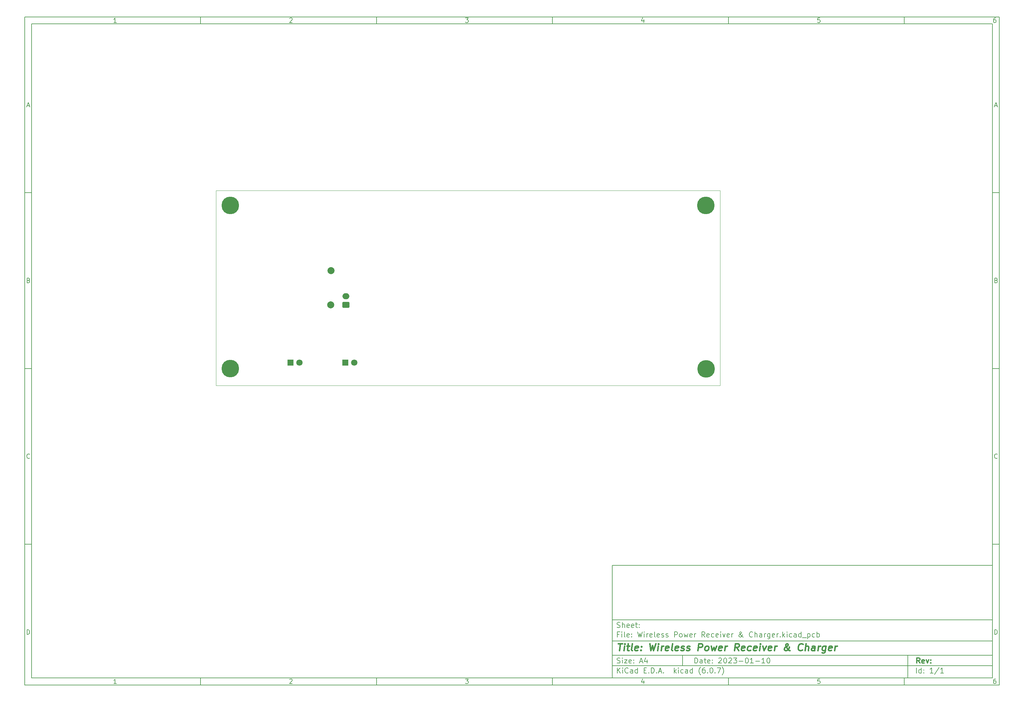
<source format=gbr>
%TF.GenerationSoftware,KiCad,Pcbnew,(6.0.7)*%
%TF.CreationDate,2023-01-12T19:29:26+03:00*%
%TF.ProjectId,Wireless Power Receiver & Charger,57697265-6c65-4737-9320-506f77657220,rev?*%
%TF.SameCoordinates,Original*%
%TF.FileFunction,Soldermask,Bot*%
%TF.FilePolarity,Negative*%
%FSLAX46Y46*%
G04 Gerber Fmt 4.6, Leading zero omitted, Abs format (unit mm)*
G04 Created by KiCad (PCBNEW (6.0.7)) date 2023-01-12 19:29:26*
%MOMM*%
%LPD*%
G01*
G04 APERTURE LIST*
G04 Aperture macros list*
%AMRoundRect*
0 Rectangle with rounded corners*
0 $1 Rounding radius*
0 $2 $3 $4 $5 $6 $7 $8 $9 X,Y pos of 4 corners*
0 Add a 4 corners polygon primitive as box body*
4,1,4,$2,$3,$4,$5,$6,$7,$8,$9,$2,$3,0*
0 Add four circle primitives for the rounded corners*
1,1,$1+$1,$2,$3*
1,1,$1+$1,$4,$5*
1,1,$1+$1,$6,$7*
1,1,$1+$1,$8,$9*
0 Add four rect primitives between the rounded corners*
20,1,$1+$1,$2,$3,$4,$5,0*
20,1,$1+$1,$4,$5,$6,$7,0*
20,1,$1+$1,$6,$7,$8,$9,0*
20,1,$1+$1,$8,$9,$2,$3,0*%
G04 Aperture macros list end*
%ADD10C,0.100000*%
%ADD11C,0.150000*%
%ADD12C,0.300000*%
%ADD13C,0.400000*%
%TA.AperFunction,Profile*%
%ADD14C,0.100000*%
%TD*%
%ADD15C,0.800000*%
%ADD16C,5.000000*%
%ADD17R,1.800000X1.800000*%
%ADD18C,1.800000*%
%ADD19RoundRect,0.250000X0.750000X-0.600000X0.750000X0.600000X-0.750000X0.600000X-0.750000X-0.600000X0*%
%ADD20O,2.000000X1.700000*%
%ADD21C,2.000000*%
G04 APERTURE END LIST*
D10*
D11*
X177002200Y-166007200D02*
X177002200Y-198007200D01*
X285002200Y-198007200D01*
X285002200Y-166007200D01*
X177002200Y-166007200D01*
D10*
D11*
X10000000Y-10000000D02*
X10000000Y-200007200D01*
X287002200Y-200007200D01*
X287002200Y-10000000D01*
X10000000Y-10000000D01*
D10*
D11*
X12000000Y-12000000D02*
X12000000Y-198007200D01*
X285002200Y-198007200D01*
X285002200Y-12000000D01*
X12000000Y-12000000D01*
D10*
D11*
X60000000Y-12000000D02*
X60000000Y-10000000D01*
D10*
D11*
X110000000Y-12000000D02*
X110000000Y-10000000D01*
D10*
D11*
X160000000Y-12000000D02*
X160000000Y-10000000D01*
D10*
D11*
X210000000Y-12000000D02*
X210000000Y-10000000D01*
D10*
D11*
X260000000Y-12000000D02*
X260000000Y-10000000D01*
D10*
D11*
X36065476Y-11588095D02*
X35322619Y-11588095D01*
X35694047Y-11588095D02*
X35694047Y-10288095D01*
X35570238Y-10473809D01*
X35446428Y-10597619D01*
X35322619Y-10659523D01*
D10*
D11*
X85322619Y-10411904D02*
X85384523Y-10350000D01*
X85508333Y-10288095D01*
X85817857Y-10288095D01*
X85941666Y-10350000D01*
X86003571Y-10411904D01*
X86065476Y-10535714D01*
X86065476Y-10659523D01*
X86003571Y-10845238D01*
X85260714Y-11588095D01*
X86065476Y-11588095D01*
D10*
D11*
X135260714Y-10288095D02*
X136065476Y-10288095D01*
X135632142Y-10783333D01*
X135817857Y-10783333D01*
X135941666Y-10845238D01*
X136003571Y-10907142D01*
X136065476Y-11030952D01*
X136065476Y-11340476D01*
X136003571Y-11464285D01*
X135941666Y-11526190D01*
X135817857Y-11588095D01*
X135446428Y-11588095D01*
X135322619Y-11526190D01*
X135260714Y-11464285D01*
D10*
D11*
X185941666Y-10721428D02*
X185941666Y-11588095D01*
X185632142Y-10226190D02*
X185322619Y-11154761D01*
X186127380Y-11154761D01*
D10*
D11*
X236003571Y-10288095D02*
X235384523Y-10288095D01*
X235322619Y-10907142D01*
X235384523Y-10845238D01*
X235508333Y-10783333D01*
X235817857Y-10783333D01*
X235941666Y-10845238D01*
X236003571Y-10907142D01*
X236065476Y-11030952D01*
X236065476Y-11340476D01*
X236003571Y-11464285D01*
X235941666Y-11526190D01*
X235817857Y-11588095D01*
X235508333Y-11588095D01*
X235384523Y-11526190D01*
X235322619Y-11464285D01*
D10*
D11*
X285941666Y-10288095D02*
X285694047Y-10288095D01*
X285570238Y-10350000D01*
X285508333Y-10411904D01*
X285384523Y-10597619D01*
X285322619Y-10845238D01*
X285322619Y-11340476D01*
X285384523Y-11464285D01*
X285446428Y-11526190D01*
X285570238Y-11588095D01*
X285817857Y-11588095D01*
X285941666Y-11526190D01*
X286003571Y-11464285D01*
X286065476Y-11340476D01*
X286065476Y-11030952D01*
X286003571Y-10907142D01*
X285941666Y-10845238D01*
X285817857Y-10783333D01*
X285570238Y-10783333D01*
X285446428Y-10845238D01*
X285384523Y-10907142D01*
X285322619Y-11030952D01*
D10*
D11*
X60000000Y-198007200D02*
X60000000Y-200007200D01*
D10*
D11*
X110000000Y-198007200D02*
X110000000Y-200007200D01*
D10*
D11*
X160000000Y-198007200D02*
X160000000Y-200007200D01*
D10*
D11*
X210000000Y-198007200D02*
X210000000Y-200007200D01*
D10*
D11*
X260000000Y-198007200D02*
X260000000Y-200007200D01*
D10*
D11*
X36065476Y-199595295D02*
X35322619Y-199595295D01*
X35694047Y-199595295D02*
X35694047Y-198295295D01*
X35570238Y-198481009D01*
X35446428Y-198604819D01*
X35322619Y-198666723D01*
D10*
D11*
X85322619Y-198419104D02*
X85384523Y-198357200D01*
X85508333Y-198295295D01*
X85817857Y-198295295D01*
X85941666Y-198357200D01*
X86003571Y-198419104D01*
X86065476Y-198542914D01*
X86065476Y-198666723D01*
X86003571Y-198852438D01*
X85260714Y-199595295D01*
X86065476Y-199595295D01*
D10*
D11*
X135260714Y-198295295D02*
X136065476Y-198295295D01*
X135632142Y-198790533D01*
X135817857Y-198790533D01*
X135941666Y-198852438D01*
X136003571Y-198914342D01*
X136065476Y-199038152D01*
X136065476Y-199347676D01*
X136003571Y-199471485D01*
X135941666Y-199533390D01*
X135817857Y-199595295D01*
X135446428Y-199595295D01*
X135322619Y-199533390D01*
X135260714Y-199471485D01*
D10*
D11*
X185941666Y-198728628D02*
X185941666Y-199595295D01*
X185632142Y-198233390D02*
X185322619Y-199161961D01*
X186127380Y-199161961D01*
D10*
D11*
X236003571Y-198295295D02*
X235384523Y-198295295D01*
X235322619Y-198914342D01*
X235384523Y-198852438D01*
X235508333Y-198790533D01*
X235817857Y-198790533D01*
X235941666Y-198852438D01*
X236003571Y-198914342D01*
X236065476Y-199038152D01*
X236065476Y-199347676D01*
X236003571Y-199471485D01*
X235941666Y-199533390D01*
X235817857Y-199595295D01*
X235508333Y-199595295D01*
X235384523Y-199533390D01*
X235322619Y-199471485D01*
D10*
D11*
X285941666Y-198295295D02*
X285694047Y-198295295D01*
X285570238Y-198357200D01*
X285508333Y-198419104D01*
X285384523Y-198604819D01*
X285322619Y-198852438D01*
X285322619Y-199347676D01*
X285384523Y-199471485D01*
X285446428Y-199533390D01*
X285570238Y-199595295D01*
X285817857Y-199595295D01*
X285941666Y-199533390D01*
X286003571Y-199471485D01*
X286065476Y-199347676D01*
X286065476Y-199038152D01*
X286003571Y-198914342D01*
X285941666Y-198852438D01*
X285817857Y-198790533D01*
X285570238Y-198790533D01*
X285446428Y-198852438D01*
X285384523Y-198914342D01*
X285322619Y-199038152D01*
D10*
D11*
X10000000Y-60000000D02*
X12000000Y-60000000D01*
D10*
D11*
X10000000Y-110000000D02*
X12000000Y-110000000D01*
D10*
D11*
X10000000Y-160000000D02*
X12000000Y-160000000D01*
D10*
D11*
X10690476Y-35216666D02*
X11309523Y-35216666D01*
X10566666Y-35588095D02*
X11000000Y-34288095D01*
X11433333Y-35588095D01*
D10*
D11*
X11092857Y-84907142D02*
X11278571Y-84969047D01*
X11340476Y-85030952D01*
X11402380Y-85154761D01*
X11402380Y-85340476D01*
X11340476Y-85464285D01*
X11278571Y-85526190D01*
X11154761Y-85588095D01*
X10659523Y-85588095D01*
X10659523Y-84288095D01*
X11092857Y-84288095D01*
X11216666Y-84350000D01*
X11278571Y-84411904D01*
X11340476Y-84535714D01*
X11340476Y-84659523D01*
X11278571Y-84783333D01*
X11216666Y-84845238D01*
X11092857Y-84907142D01*
X10659523Y-84907142D01*
D10*
D11*
X11402380Y-135464285D02*
X11340476Y-135526190D01*
X11154761Y-135588095D01*
X11030952Y-135588095D01*
X10845238Y-135526190D01*
X10721428Y-135402380D01*
X10659523Y-135278571D01*
X10597619Y-135030952D01*
X10597619Y-134845238D01*
X10659523Y-134597619D01*
X10721428Y-134473809D01*
X10845238Y-134350000D01*
X11030952Y-134288095D01*
X11154761Y-134288095D01*
X11340476Y-134350000D01*
X11402380Y-134411904D01*
D10*
D11*
X10659523Y-185588095D02*
X10659523Y-184288095D01*
X10969047Y-184288095D01*
X11154761Y-184350000D01*
X11278571Y-184473809D01*
X11340476Y-184597619D01*
X11402380Y-184845238D01*
X11402380Y-185030952D01*
X11340476Y-185278571D01*
X11278571Y-185402380D01*
X11154761Y-185526190D01*
X10969047Y-185588095D01*
X10659523Y-185588095D01*
D10*
D11*
X287002200Y-60000000D02*
X285002200Y-60000000D01*
D10*
D11*
X287002200Y-110000000D02*
X285002200Y-110000000D01*
D10*
D11*
X287002200Y-160000000D02*
X285002200Y-160000000D01*
D10*
D11*
X285692676Y-35216666D02*
X286311723Y-35216666D01*
X285568866Y-35588095D02*
X286002200Y-34288095D01*
X286435533Y-35588095D01*
D10*
D11*
X286095057Y-84907142D02*
X286280771Y-84969047D01*
X286342676Y-85030952D01*
X286404580Y-85154761D01*
X286404580Y-85340476D01*
X286342676Y-85464285D01*
X286280771Y-85526190D01*
X286156961Y-85588095D01*
X285661723Y-85588095D01*
X285661723Y-84288095D01*
X286095057Y-84288095D01*
X286218866Y-84350000D01*
X286280771Y-84411904D01*
X286342676Y-84535714D01*
X286342676Y-84659523D01*
X286280771Y-84783333D01*
X286218866Y-84845238D01*
X286095057Y-84907142D01*
X285661723Y-84907142D01*
D10*
D11*
X286404580Y-135464285D02*
X286342676Y-135526190D01*
X286156961Y-135588095D01*
X286033152Y-135588095D01*
X285847438Y-135526190D01*
X285723628Y-135402380D01*
X285661723Y-135278571D01*
X285599819Y-135030952D01*
X285599819Y-134845238D01*
X285661723Y-134597619D01*
X285723628Y-134473809D01*
X285847438Y-134350000D01*
X286033152Y-134288095D01*
X286156961Y-134288095D01*
X286342676Y-134350000D01*
X286404580Y-134411904D01*
D10*
D11*
X285661723Y-185588095D02*
X285661723Y-184288095D01*
X285971247Y-184288095D01*
X286156961Y-184350000D01*
X286280771Y-184473809D01*
X286342676Y-184597619D01*
X286404580Y-184845238D01*
X286404580Y-185030952D01*
X286342676Y-185278571D01*
X286280771Y-185402380D01*
X286156961Y-185526190D01*
X285971247Y-185588095D01*
X285661723Y-185588095D01*
D10*
D11*
X200434342Y-193785771D02*
X200434342Y-192285771D01*
X200791485Y-192285771D01*
X201005771Y-192357200D01*
X201148628Y-192500057D01*
X201220057Y-192642914D01*
X201291485Y-192928628D01*
X201291485Y-193142914D01*
X201220057Y-193428628D01*
X201148628Y-193571485D01*
X201005771Y-193714342D01*
X200791485Y-193785771D01*
X200434342Y-193785771D01*
X202577200Y-193785771D02*
X202577200Y-193000057D01*
X202505771Y-192857200D01*
X202362914Y-192785771D01*
X202077200Y-192785771D01*
X201934342Y-192857200D01*
X202577200Y-193714342D02*
X202434342Y-193785771D01*
X202077200Y-193785771D01*
X201934342Y-193714342D01*
X201862914Y-193571485D01*
X201862914Y-193428628D01*
X201934342Y-193285771D01*
X202077200Y-193214342D01*
X202434342Y-193214342D01*
X202577200Y-193142914D01*
X203077200Y-192785771D02*
X203648628Y-192785771D01*
X203291485Y-192285771D02*
X203291485Y-193571485D01*
X203362914Y-193714342D01*
X203505771Y-193785771D01*
X203648628Y-193785771D01*
X204720057Y-193714342D02*
X204577200Y-193785771D01*
X204291485Y-193785771D01*
X204148628Y-193714342D01*
X204077200Y-193571485D01*
X204077200Y-193000057D01*
X204148628Y-192857200D01*
X204291485Y-192785771D01*
X204577200Y-192785771D01*
X204720057Y-192857200D01*
X204791485Y-193000057D01*
X204791485Y-193142914D01*
X204077200Y-193285771D01*
X205434342Y-193642914D02*
X205505771Y-193714342D01*
X205434342Y-193785771D01*
X205362914Y-193714342D01*
X205434342Y-193642914D01*
X205434342Y-193785771D01*
X205434342Y-192857200D02*
X205505771Y-192928628D01*
X205434342Y-193000057D01*
X205362914Y-192928628D01*
X205434342Y-192857200D01*
X205434342Y-193000057D01*
X207220057Y-192428628D02*
X207291485Y-192357200D01*
X207434342Y-192285771D01*
X207791485Y-192285771D01*
X207934342Y-192357200D01*
X208005771Y-192428628D01*
X208077200Y-192571485D01*
X208077200Y-192714342D01*
X208005771Y-192928628D01*
X207148628Y-193785771D01*
X208077200Y-193785771D01*
X209005771Y-192285771D02*
X209148628Y-192285771D01*
X209291485Y-192357200D01*
X209362914Y-192428628D01*
X209434342Y-192571485D01*
X209505771Y-192857200D01*
X209505771Y-193214342D01*
X209434342Y-193500057D01*
X209362914Y-193642914D01*
X209291485Y-193714342D01*
X209148628Y-193785771D01*
X209005771Y-193785771D01*
X208862914Y-193714342D01*
X208791485Y-193642914D01*
X208720057Y-193500057D01*
X208648628Y-193214342D01*
X208648628Y-192857200D01*
X208720057Y-192571485D01*
X208791485Y-192428628D01*
X208862914Y-192357200D01*
X209005771Y-192285771D01*
X210077200Y-192428628D02*
X210148628Y-192357200D01*
X210291485Y-192285771D01*
X210648628Y-192285771D01*
X210791485Y-192357200D01*
X210862914Y-192428628D01*
X210934342Y-192571485D01*
X210934342Y-192714342D01*
X210862914Y-192928628D01*
X210005771Y-193785771D01*
X210934342Y-193785771D01*
X211434342Y-192285771D02*
X212362914Y-192285771D01*
X211862914Y-192857200D01*
X212077200Y-192857200D01*
X212220057Y-192928628D01*
X212291485Y-193000057D01*
X212362914Y-193142914D01*
X212362914Y-193500057D01*
X212291485Y-193642914D01*
X212220057Y-193714342D01*
X212077200Y-193785771D01*
X211648628Y-193785771D01*
X211505771Y-193714342D01*
X211434342Y-193642914D01*
X213005771Y-193214342D02*
X214148628Y-193214342D01*
X215148628Y-192285771D02*
X215291485Y-192285771D01*
X215434342Y-192357200D01*
X215505771Y-192428628D01*
X215577200Y-192571485D01*
X215648628Y-192857200D01*
X215648628Y-193214342D01*
X215577200Y-193500057D01*
X215505771Y-193642914D01*
X215434342Y-193714342D01*
X215291485Y-193785771D01*
X215148628Y-193785771D01*
X215005771Y-193714342D01*
X214934342Y-193642914D01*
X214862914Y-193500057D01*
X214791485Y-193214342D01*
X214791485Y-192857200D01*
X214862914Y-192571485D01*
X214934342Y-192428628D01*
X215005771Y-192357200D01*
X215148628Y-192285771D01*
X217077200Y-193785771D02*
X216220057Y-193785771D01*
X216648628Y-193785771D02*
X216648628Y-192285771D01*
X216505771Y-192500057D01*
X216362914Y-192642914D01*
X216220057Y-192714342D01*
X217720057Y-193214342D02*
X218862914Y-193214342D01*
X220362914Y-193785771D02*
X219505771Y-193785771D01*
X219934342Y-193785771D02*
X219934342Y-192285771D01*
X219791485Y-192500057D01*
X219648628Y-192642914D01*
X219505771Y-192714342D01*
X221291485Y-192285771D02*
X221434342Y-192285771D01*
X221577200Y-192357200D01*
X221648628Y-192428628D01*
X221720057Y-192571485D01*
X221791485Y-192857200D01*
X221791485Y-193214342D01*
X221720057Y-193500057D01*
X221648628Y-193642914D01*
X221577200Y-193714342D01*
X221434342Y-193785771D01*
X221291485Y-193785771D01*
X221148628Y-193714342D01*
X221077200Y-193642914D01*
X221005771Y-193500057D01*
X220934342Y-193214342D01*
X220934342Y-192857200D01*
X221005771Y-192571485D01*
X221077200Y-192428628D01*
X221148628Y-192357200D01*
X221291485Y-192285771D01*
D10*
D11*
X177002200Y-194507200D02*
X285002200Y-194507200D01*
D10*
D11*
X178434342Y-196585771D02*
X178434342Y-195085771D01*
X179291485Y-196585771D02*
X178648628Y-195728628D01*
X179291485Y-195085771D02*
X178434342Y-195942914D01*
X179934342Y-196585771D02*
X179934342Y-195585771D01*
X179934342Y-195085771D02*
X179862914Y-195157200D01*
X179934342Y-195228628D01*
X180005771Y-195157200D01*
X179934342Y-195085771D01*
X179934342Y-195228628D01*
X181505771Y-196442914D02*
X181434342Y-196514342D01*
X181220057Y-196585771D01*
X181077200Y-196585771D01*
X180862914Y-196514342D01*
X180720057Y-196371485D01*
X180648628Y-196228628D01*
X180577200Y-195942914D01*
X180577200Y-195728628D01*
X180648628Y-195442914D01*
X180720057Y-195300057D01*
X180862914Y-195157200D01*
X181077200Y-195085771D01*
X181220057Y-195085771D01*
X181434342Y-195157200D01*
X181505771Y-195228628D01*
X182791485Y-196585771D02*
X182791485Y-195800057D01*
X182720057Y-195657200D01*
X182577200Y-195585771D01*
X182291485Y-195585771D01*
X182148628Y-195657200D01*
X182791485Y-196514342D02*
X182648628Y-196585771D01*
X182291485Y-196585771D01*
X182148628Y-196514342D01*
X182077200Y-196371485D01*
X182077200Y-196228628D01*
X182148628Y-196085771D01*
X182291485Y-196014342D01*
X182648628Y-196014342D01*
X182791485Y-195942914D01*
X184148628Y-196585771D02*
X184148628Y-195085771D01*
X184148628Y-196514342D02*
X184005771Y-196585771D01*
X183720057Y-196585771D01*
X183577200Y-196514342D01*
X183505771Y-196442914D01*
X183434342Y-196300057D01*
X183434342Y-195871485D01*
X183505771Y-195728628D01*
X183577200Y-195657200D01*
X183720057Y-195585771D01*
X184005771Y-195585771D01*
X184148628Y-195657200D01*
X186005771Y-195800057D02*
X186505771Y-195800057D01*
X186720057Y-196585771D02*
X186005771Y-196585771D01*
X186005771Y-195085771D01*
X186720057Y-195085771D01*
X187362914Y-196442914D02*
X187434342Y-196514342D01*
X187362914Y-196585771D01*
X187291485Y-196514342D01*
X187362914Y-196442914D01*
X187362914Y-196585771D01*
X188077200Y-196585771D02*
X188077200Y-195085771D01*
X188434342Y-195085771D01*
X188648628Y-195157200D01*
X188791485Y-195300057D01*
X188862914Y-195442914D01*
X188934342Y-195728628D01*
X188934342Y-195942914D01*
X188862914Y-196228628D01*
X188791485Y-196371485D01*
X188648628Y-196514342D01*
X188434342Y-196585771D01*
X188077200Y-196585771D01*
X189577200Y-196442914D02*
X189648628Y-196514342D01*
X189577200Y-196585771D01*
X189505771Y-196514342D01*
X189577200Y-196442914D01*
X189577200Y-196585771D01*
X190220057Y-196157200D02*
X190934342Y-196157200D01*
X190077200Y-196585771D02*
X190577200Y-195085771D01*
X191077200Y-196585771D01*
X191577200Y-196442914D02*
X191648628Y-196514342D01*
X191577200Y-196585771D01*
X191505771Y-196514342D01*
X191577200Y-196442914D01*
X191577200Y-196585771D01*
X194577200Y-196585771D02*
X194577200Y-195085771D01*
X194720057Y-196014342D02*
X195148628Y-196585771D01*
X195148628Y-195585771D02*
X194577200Y-196157200D01*
X195791485Y-196585771D02*
X195791485Y-195585771D01*
X195791485Y-195085771D02*
X195720057Y-195157200D01*
X195791485Y-195228628D01*
X195862914Y-195157200D01*
X195791485Y-195085771D01*
X195791485Y-195228628D01*
X197148628Y-196514342D02*
X197005771Y-196585771D01*
X196720057Y-196585771D01*
X196577200Y-196514342D01*
X196505771Y-196442914D01*
X196434342Y-196300057D01*
X196434342Y-195871485D01*
X196505771Y-195728628D01*
X196577200Y-195657200D01*
X196720057Y-195585771D01*
X197005771Y-195585771D01*
X197148628Y-195657200D01*
X198434342Y-196585771D02*
X198434342Y-195800057D01*
X198362914Y-195657200D01*
X198220057Y-195585771D01*
X197934342Y-195585771D01*
X197791485Y-195657200D01*
X198434342Y-196514342D02*
X198291485Y-196585771D01*
X197934342Y-196585771D01*
X197791485Y-196514342D01*
X197720057Y-196371485D01*
X197720057Y-196228628D01*
X197791485Y-196085771D01*
X197934342Y-196014342D01*
X198291485Y-196014342D01*
X198434342Y-195942914D01*
X199791485Y-196585771D02*
X199791485Y-195085771D01*
X199791485Y-196514342D02*
X199648628Y-196585771D01*
X199362914Y-196585771D01*
X199220057Y-196514342D01*
X199148628Y-196442914D01*
X199077200Y-196300057D01*
X199077200Y-195871485D01*
X199148628Y-195728628D01*
X199220057Y-195657200D01*
X199362914Y-195585771D01*
X199648628Y-195585771D01*
X199791485Y-195657200D01*
X202077200Y-197157200D02*
X202005771Y-197085771D01*
X201862914Y-196871485D01*
X201791485Y-196728628D01*
X201720057Y-196514342D01*
X201648628Y-196157200D01*
X201648628Y-195871485D01*
X201720057Y-195514342D01*
X201791485Y-195300057D01*
X201862914Y-195157200D01*
X202005771Y-194942914D01*
X202077200Y-194871485D01*
X203291485Y-195085771D02*
X203005771Y-195085771D01*
X202862914Y-195157200D01*
X202791485Y-195228628D01*
X202648628Y-195442914D01*
X202577200Y-195728628D01*
X202577200Y-196300057D01*
X202648628Y-196442914D01*
X202720057Y-196514342D01*
X202862914Y-196585771D01*
X203148628Y-196585771D01*
X203291485Y-196514342D01*
X203362914Y-196442914D01*
X203434342Y-196300057D01*
X203434342Y-195942914D01*
X203362914Y-195800057D01*
X203291485Y-195728628D01*
X203148628Y-195657200D01*
X202862914Y-195657200D01*
X202720057Y-195728628D01*
X202648628Y-195800057D01*
X202577200Y-195942914D01*
X204077200Y-196442914D02*
X204148628Y-196514342D01*
X204077200Y-196585771D01*
X204005771Y-196514342D01*
X204077200Y-196442914D01*
X204077200Y-196585771D01*
X205077200Y-195085771D02*
X205220057Y-195085771D01*
X205362914Y-195157200D01*
X205434342Y-195228628D01*
X205505771Y-195371485D01*
X205577200Y-195657200D01*
X205577200Y-196014342D01*
X205505771Y-196300057D01*
X205434342Y-196442914D01*
X205362914Y-196514342D01*
X205220057Y-196585771D01*
X205077200Y-196585771D01*
X204934342Y-196514342D01*
X204862914Y-196442914D01*
X204791485Y-196300057D01*
X204720057Y-196014342D01*
X204720057Y-195657200D01*
X204791485Y-195371485D01*
X204862914Y-195228628D01*
X204934342Y-195157200D01*
X205077200Y-195085771D01*
X206220057Y-196442914D02*
X206291485Y-196514342D01*
X206220057Y-196585771D01*
X206148628Y-196514342D01*
X206220057Y-196442914D01*
X206220057Y-196585771D01*
X206791485Y-195085771D02*
X207791485Y-195085771D01*
X207148628Y-196585771D01*
X208220057Y-197157200D02*
X208291485Y-197085771D01*
X208434342Y-196871485D01*
X208505771Y-196728628D01*
X208577200Y-196514342D01*
X208648628Y-196157200D01*
X208648628Y-195871485D01*
X208577200Y-195514342D01*
X208505771Y-195300057D01*
X208434342Y-195157200D01*
X208291485Y-194942914D01*
X208220057Y-194871485D01*
D10*
D11*
X177002200Y-191507200D02*
X285002200Y-191507200D01*
D10*
D12*
X264411485Y-193785771D02*
X263911485Y-193071485D01*
X263554342Y-193785771D02*
X263554342Y-192285771D01*
X264125771Y-192285771D01*
X264268628Y-192357200D01*
X264340057Y-192428628D01*
X264411485Y-192571485D01*
X264411485Y-192785771D01*
X264340057Y-192928628D01*
X264268628Y-193000057D01*
X264125771Y-193071485D01*
X263554342Y-193071485D01*
X265625771Y-193714342D02*
X265482914Y-193785771D01*
X265197200Y-193785771D01*
X265054342Y-193714342D01*
X264982914Y-193571485D01*
X264982914Y-193000057D01*
X265054342Y-192857200D01*
X265197200Y-192785771D01*
X265482914Y-192785771D01*
X265625771Y-192857200D01*
X265697200Y-193000057D01*
X265697200Y-193142914D01*
X264982914Y-193285771D01*
X266197200Y-192785771D02*
X266554342Y-193785771D01*
X266911485Y-192785771D01*
X267482914Y-193642914D02*
X267554342Y-193714342D01*
X267482914Y-193785771D01*
X267411485Y-193714342D01*
X267482914Y-193642914D01*
X267482914Y-193785771D01*
X267482914Y-192857200D02*
X267554342Y-192928628D01*
X267482914Y-193000057D01*
X267411485Y-192928628D01*
X267482914Y-192857200D01*
X267482914Y-193000057D01*
D10*
D11*
X178362914Y-193714342D02*
X178577200Y-193785771D01*
X178934342Y-193785771D01*
X179077200Y-193714342D01*
X179148628Y-193642914D01*
X179220057Y-193500057D01*
X179220057Y-193357200D01*
X179148628Y-193214342D01*
X179077200Y-193142914D01*
X178934342Y-193071485D01*
X178648628Y-193000057D01*
X178505771Y-192928628D01*
X178434342Y-192857200D01*
X178362914Y-192714342D01*
X178362914Y-192571485D01*
X178434342Y-192428628D01*
X178505771Y-192357200D01*
X178648628Y-192285771D01*
X179005771Y-192285771D01*
X179220057Y-192357200D01*
X179862914Y-193785771D02*
X179862914Y-192785771D01*
X179862914Y-192285771D02*
X179791485Y-192357200D01*
X179862914Y-192428628D01*
X179934342Y-192357200D01*
X179862914Y-192285771D01*
X179862914Y-192428628D01*
X180434342Y-192785771D02*
X181220057Y-192785771D01*
X180434342Y-193785771D01*
X181220057Y-193785771D01*
X182362914Y-193714342D02*
X182220057Y-193785771D01*
X181934342Y-193785771D01*
X181791485Y-193714342D01*
X181720057Y-193571485D01*
X181720057Y-193000057D01*
X181791485Y-192857200D01*
X181934342Y-192785771D01*
X182220057Y-192785771D01*
X182362914Y-192857200D01*
X182434342Y-193000057D01*
X182434342Y-193142914D01*
X181720057Y-193285771D01*
X183077200Y-193642914D02*
X183148628Y-193714342D01*
X183077200Y-193785771D01*
X183005771Y-193714342D01*
X183077200Y-193642914D01*
X183077200Y-193785771D01*
X183077200Y-192857200D02*
X183148628Y-192928628D01*
X183077200Y-193000057D01*
X183005771Y-192928628D01*
X183077200Y-192857200D01*
X183077200Y-193000057D01*
X184862914Y-193357200D02*
X185577200Y-193357200D01*
X184720057Y-193785771D02*
X185220057Y-192285771D01*
X185720057Y-193785771D01*
X186862914Y-192785771D02*
X186862914Y-193785771D01*
X186505771Y-192214342D02*
X186148628Y-193285771D01*
X187077200Y-193285771D01*
D10*
D11*
X263434342Y-196585771D02*
X263434342Y-195085771D01*
X264791485Y-196585771D02*
X264791485Y-195085771D01*
X264791485Y-196514342D02*
X264648628Y-196585771D01*
X264362914Y-196585771D01*
X264220057Y-196514342D01*
X264148628Y-196442914D01*
X264077200Y-196300057D01*
X264077200Y-195871485D01*
X264148628Y-195728628D01*
X264220057Y-195657200D01*
X264362914Y-195585771D01*
X264648628Y-195585771D01*
X264791485Y-195657200D01*
X265505771Y-196442914D02*
X265577200Y-196514342D01*
X265505771Y-196585771D01*
X265434342Y-196514342D01*
X265505771Y-196442914D01*
X265505771Y-196585771D01*
X265505771Y-195657200D02*
X265577200Y-195728628D01*
X265505771Y-195800057D01*
X265434342Y-195728628D01*
X265505771Y-195657200D01*
X265505771Y-195800057D01*
X268148628Y-196585771D02*
X267291485Y-196585771D01*
X267720057Y-196585771D02*
X267720057Y-195085771D01*
X267577200Y-195300057D01*
X267434342Y-195442914D01*
X267291485Y-195514342D01*
X269862914Y-195014342D02*
X268577200Y-196942914D01*
X271148628Y-196585771D02*
X270291485Y-196585771D01*
X270720057Y-196585771D02*
X270720057Y-195085771D01*
X270577200Y-195300057D01*
X270434342Y-195442914D01*
X270291485Y-195514342D01*
D10*
D11*
X177002200Y-187507200D02*
X285002200Y-187507200D01*
D10*
D13*
X178714580Y-188211961D02*
X179857438Y-188211961D01*
X179036009Y-190211961D02*
X179286009Y-188211961D01*
X180274104Y-190211961D02*
X180440771Y-188878628D01*
X180524104Y-188211961D02*
X180416961Y-188307200D01*
X180500295Y-188402438D01*
X180607438Y-188307200D01*
X180524104Y-188211961D01*
X180500295Y-188402438D01*
X181107438Y-188878628D02*
X181869342Y-188878628D01*
X181476485Y-188211961D02*
X181262200Y-189926247D01*
X181333628Y-190116723D01*
X181512200Y-190211961D01*
X181702676Y-190211961D01*
X182655057Y-190211961D02*
X182476485Y-190116723D01*
X182405057Y-189926247D01*
X182619342Y-188211961D01*
X184190771Y-190116723D02*
X183988390Y-190211961D01*
X183607438Y-190211961D01*
X183428866Y-190116723D01*
X183357438Y-189926247D01*
X183452676Y-189164342D01*
X183571723Y-188973866D01*
X183774104Y-188878628D01*
X184155057Y-188878628D01*
X184333628Y-188973866D01*
X184405057Y-189164342D01*
X184381247Y-189354819D01*
X183405057Y-189545295D01*
X185155057Y-190021485D02*
X185238390Y-190116723D01*
X185131247Y-190211961D01*
X185047914Y-190116723D01*
X185155057Y-190021485D01*
X185131247Y-190211961D01*
X185286009Y-188973866D02*
X185369342Y-189069104D01*
X185262200Y-189164342D01*
X185178866Y-189069104D01*
X185286009Y-188973866D01*
X185262200Y-189164342D01*
X187666961Y-188211961D02*
X187893152Y-190211961D01*
X188452676Y-188783390D01*
X188655057Y-190211961D01*
X189381247Y-188211961D01*
X189893152Y-190211961D02*
X190059819Y-188878628D01*
X190143152Y-188211961D02*
X190036009Y-188307200D01*
X190119342Y-188402438D01*
X190226485Y-188307200D01*
X190143152Y-188211961D01*
X190119342Y-188402438D01*
X190845533Y-190211961D02*
X191012200Y-188878628D01*
X190964580Y-189259580D02*
X191083628Y-189069104D01*
X191190771Y-188973866D01*
X191393152Y-188878628D01*
X191583628Y-188878628D01*
X192857438Y-190116723D02*
X192655057Y-190211961D01*
X192274104Y-190211961D01*
X192095533Y-190116723D01*
X192024104Y-189926247D01*
X192119342Y-189164342D01*
X192238390Y-188973866D01*
X192440771Y-188878628D01*
X192821723Y-188878628D01*
X193000295Y-188973866D01*
X193071723Y-189164342D01*
X193047914Y-189354819D01*
X192071723Y-189545295D01*
X194083628Y-190211961D02*
X193905057Y-190116723D01*
X193833628Y-189926247D01*
X194047914Y-188211961D01*
X195619342Y-190116723D02*
X195416961Y-190211961D01*
X195036009Y-190211961D01*
X194857438Y-190116723D01*
X194786009Y-189926247D01*
X194881247Y-189164342D01*
X195000295Y-188973866D01*
X195202676Y-188878628D01*
X195583628Y-188878628D01*
X195762200Y-188973866D01*
X195833628Y-189164342D01*
X195809819Y-189354819D01*
X194833628Y-189545295D01*
X196476485Y-190116723D02*
X196655057Y-190211961D01*
X197036009Y-190211961D01*
X197238390Y-190116723D01*
X197357438Y-189926247D01*
X197369342Y-189831009D01*
X197297914Y-189640533D01*
X197119342Y-189545295D01*
X196833628Y-189545295D01*
X196655057Y-189450057D01*
X196583628Y-189259580D01*
X196595533Y-189164342D01*
X196714580Y-188973866D01*
X196916961Y-188878628D01*
X197202676Y-188878628D01*
X197381247Y-188973866D01*
X198095533Y-190116723D02*
X198274104Y-190211961D01*
X198655057Y-190211961D01*
X198857438Y-190116723D01*
X198976485Y-189926247D01*
X198988390Y-189831009D01*
X198916961Y-189640533D01*
X198738390Y-189545295D01*
X198452676Y-189545295D01*
X198274104Y-189450057D01*
X198202676Y-189259580D01*
X198214580Y-189164342D01*
X198333628Y-188973866D01*
X198536009Y-188878628D01*
X198821723Y-188878628D01*
X199000295Y-188973866D01*
X201321723Y-190211961D02*
X201571723Y-188211961D01*
X202333628Y-188211961D01*
X202512200Y-188307200D01*
X202595533Y-188402438D01*
X202666961Y-188592914D01*
X202631247Y-188878628D01*
X202512200Y-189069104D01*
X202405057Y-189164342D01*
X202202676Y-189259580D01*
X201440771Y-189259580D01*
X203607438Y-190211961D02*
X203428866Y-190116723D01*
X203345533Y-190021485D01*
X203274104Y-189831009D01*
X203345533Y-189259580D01*
X203464580Y-189069104D01*
X203571723Y-188973866D01*
X203774104Y-188878628D01*
X204059819Y-188878628D01*
X204238390Y-188973866D01*
X204321723Y-189069104D01*
X204393152Y-189259580D01*
X204321723Y-189831009D01*
X204202676Y-190021485D01*
X204095533Y-190116723D01*
X203893152Y-190211961D01*
X203607438Y-190211961D01*
X205107438Y-188878628D02*
X205321723Y-190211961D01*
X205821723Y-189259580D01*
X206083628Y-190211961D01*
X206631247Y-188878628D01*
X208000295Y-190116723D02*
X207797914Y-190211961D01*
X207416961Y-190211961D01*
X207238390Y-190116723D01*
X207166961Y-189926247D01*
X207262200Y-189164342D01*
X207381247Y-188973866D01*
X207583628Y-188878628D01*
X207964580Y-188878628D01*
X208143152Y-188973866D01*
X208214580Y-189164342D01*
X208190771Y-189354819D01*
X207214580Y-189545295D01*
X208940771Y-190211961D02*
X209107438Y-188878628D01*
X209059819Y-189259580D02*
X209178866Y-189069104D01*
X209286009Y-188973866D01*
X209488390Y-188878628D01*
X209678866Y-188878628D01*
X212845533Y-190211961D02*
X212297914Y-189259580D01*
X211702676Y-190211961D02*
X211952676Y-188211961D01*
X212714580Y-188211961D01*
X212893152Y-188307200D01*
X212976485Y-188402438D01*
X213047914Y-188592914D01*
X213012200Y-188878628D01*
X212893152Y-189069104D01*
X212786009Y-189164342D01*
X212583628Y-189259580D01*
X211821723Y-189259580D01*
X214476485Y-190116723D02*
X214274104Y-190211961D01*
X213893152Y-190211961D01*
X213714580Y-190116723D01*
X213643152Y-189926247D01*
X213738390Y-189164342D01*
X213857438Y-188973866D01*
X214059819Y-188878628D01*
X214440771Y-188878628D01*
X214619342Y-188973866D01*
X214690771Y-189164342D01*
X214666961Y-189354819D01*
X213690771Y-189545295D01*
X216286009Y-190116723D02*
X216083628Y-190211961D01*
X215702676Y-190211961D01*
X215524104Y-190116723D01*
X215440771Y-190021485D01*
X215369342Y-189831009D01*
X215440771Y-189259580D01*
X215559819Y-189069104D01*
X215666961Y-188973866D01*
X215869342Y-188878628D01*
X216250295Y-188878628D01*
X216428866Y-188973866D01*
X217905057Y-190116723D02*
X217702676Y-190211961D01*
X217321723Y-190211961D01*
X217143152Y-190116723D01*
X217071723Y-189926247D01*
X217166961Y-189164342D01*
X217286009Y-188973866D01*
X217488390Y-188878628D01*
X217869342Y-188878628D01*
X218047914Y-188973866D01*
X218119342Y-189164342D01*
X218095533Y-189354819D01*
X217119342Y-189545295D01*
X218845533Y-190211961D02*
X219012200Y-188878628D01*
X219095533Y-188211961D02*
X218988390Y-188307200D01*
X219071723Y-188402438D01*
X219178866Y-188307200D01*
X219095533Y-188211961D01*
X219071723Y-188402438D01*
X219774104Y-188878628D02*
X220083628Y-190211961D01*
X220726485Y-188878628D01*
X222095533Y-190116723D02*
X221893152Y-190211961D01*
X221512200Y-190211961D01*
X221333628Y-190116723D01*
X221262200Y-189926247D01*
X221357438Y-189164342D01*
X221476485Y-188973866D01*
X221678866Y-188878628D01*
X222059819Y-188878628D01*
X222238390Y-188973866D01*
X222309819Y-189164342D01*
X222286009Y-189354819D01*
X221309819Y-189545295D01*
X223036009Y-190211961D02*
X223202676Y-188878628D01*
X223155057Y-189259580D02*
X223274104Y-189069104D01*
X223381247Y-188973866D01*
X223583628Y-188878628D01*
X223774104Y-188878628D01*
X227416961Y-190211961D02*
X227321723Y-190211961D01*
X227143152Y-190116723D01*
X226893152Y-189831009D01*
X226488390Y-189259580D01*
X226333628Y-188973866D01*
X226274104Y-188688152D01*
X226297914Y-188497676D01*
X226416961Y-188307200D01*
X226619342Y-188211961D01*
X226714580Y-188211961D01*
X226893152Y-188307200D01*
X226964580Y-188497676D01*
X226952676Y-188592914D01*
X226833628Y-188783390D01*
X226726485Y-188878628D01*
X226107438Y-189259580D01*
X226000295Y-189354819D01*
X225881247Y-189545295D01*
X225845533Y-189831009D01*
X225916961Y-190021485D01*
X226000295Y-190116723D01*
X226178866Y-190211961D01*
X226464580Y-190211961D01*
X226666961Y-190116723D01*
X226774104Y-190021485D01*
X227107438Y-189640533D01*
X227238390Y-189354819D01*
X227262200Y-189164342D01*
X230964580Y-190021485D02*
X230857438Y-190116723D01*
X230559819Y-190211961D01*
X230369342Y-190211961D01*
X230095533Y-190116723D01*
X229928866Y-189926247D01*
X229857438Y-189735771D01*
X229809819Y-189354819D01*
X229845533Y-189069104D01*
X229988390Y-188688152D01*
X230107438Y-188497676D01*
X230321723Y-188307200D01*
X230619342Y-188211961D01*
X230809819Y-188211961D01*
X231083628Y-188307200D01*
X231166961Y-188402438D01*
X231797914Y-190211961D02*
X232047914Y-188211961D01*
X232655057Y-190211961D02*
X232786009Y-189164342D01*
X232714580Y-188973866D01*
X232536009Y-188878628D01*
X232250295Y-188878628D01*
X232047914Y-188973866D01*
X231940771Y-189069104D01*
X234464580Y-190211961D02*
X234595533Y-189164342D01*
X234524104Y-188973866D01*
X234345533Y-188878628D01*
X233964580Y-188878628D01*
X233762200Y-188973866D01*
X234476485Y-190116723D02*
X234274104Y-190211961D01*
X233797914Y-190211961D01*
X233619342Y-190116723D01*
X233547914Y-189926247D01*
X233571723Y-189735771D01*
X233690771Y-189545295D01*
X233893152Y-189450057D01*
X234369342Y-189450057D01*
X234571723Y-189354819D01*
X235416961Y-190211961D02*
X235583628Y-188878628D01*
X235536009Y-189259580D02*
X235655057Y-189069104D01*
X235762200Y-188973866D01*
X235964580Y-188878628D01*
X236155057Y-188878628D01*
X237678866Y-188878628D02*
X237476485Y-190497676D01*
X237357438Y-190688152D01*
X237250295Y-190783390D01*
X237047914Y-190878628D01*
X236762200Y-190878628D01*
X236583628Y-190783390D01*
X237524104Y-190116723D02*
X237321723Y-190211961D01*
X236940771Y-190211961D01*
X236762200Y-190116723D01*
X236678866Y-190021485D01*
X236607438Y-189831009D01*
X236678866Y-189259580D01*
X236797914Y-189069104D01*
X236905057Y-188973866D01*
X237107438Y-188878628D01*
X237488390Y-188878628D01*
X237666961Y-188973866D01*
X239238390Y-190116723D02*
X239036009Y-190211961D01*
X238655057Y-190211961D01*
X238476485Y-190116723D01*
X238405057Y-189926247D01*
X238500295Y-189164342D01*
X238619342Y-188973866D01*
X238821723Y-188878628D01*
X239202676Y-188878628D01*
X239381247Y-188973866D01*
X239452676Y-189164342D01*
X239428866Y-189354819D01*
X238452676Y-189545295D01*
X240178866Y-190211961D02*
X240345533Y-188878628D01*
X240297914Y-189259580D02*
X240416961Y-189069104D01*
X240524104Y-188973866D01*
X240726485Y-188878628D01*
X240916961Y-188878628D01*
D10*
D11*
X178934342Y-185600057D02*
X178434342Y-185600057D01*
X178434342Y-186385771D02*
X178434342Y-184885771D01*
X179148628Y-184885771D01*
X179720057Y-186385771D02*
X179720057Y-185385771D01*
X179720057Y-184885771D02*
X179648628Y-184957200D01*
X179720057Y-185028628D01*
X179791485Y-184957200D01*
X179720057Y-184885771D01*
X179720057Y-185028628D01*
X180648628Y-186385771D02*
X180505771Y-186314342D01*
X180434342Y-186171485D01*
X180434342Y-184885771D01*
X181791485Y-186314342D02*
X181648628Y-186385771D01*
X181362914Y-186385771D01*
X181220057Y-186314342D01*
X181148628Y-186171485D01*
X181148628Y-185600057D01*
X181220057Y-185457200D01*
X181362914Y-185385771D01*
X181648628Y-185385771D01*
X181791485Y-185457200D01*
X181862914Y-185600057D01*
X181862914Y-185742914D01*
X181148628Y-185885771D01*
X182505771Y-186242914D02*
X182577200Y-186314342D01*
X182505771Y-186385771D01*
X182434342Y-186314342D01*
X182505771Y-186242914D01*
X182505771Y-186385771D01*
X182505771Y-185457200D02*
X182577200Y-185528628D01*
X182505771Y-185600057D01*
X182434342Y-185528628D01*
X182505771Y-185457200D01*
X182505771Y-185600057D01*
X184220057Y-184885771D02*
X184577200Y-186385771D01*
X184862914Y-185314342D01*
X185148628Y-186385771D01*
X185505771Y-184885771D01*
X186077200Y-186385771D02*
X186077200Y-185385771D01*
X186077200Y-184885771D02*
X186005771Y-184957200D01*
X186077200Y-185028628D01*
X186148628Y-184957200D01*
X186077200Y-184885771D01*
X186077200Y-185028628D01*
X186791485Y-186385771D02*
X186791485Y-185385771D01*
X186791485Y-185671485D02*
X186862914Y-185528628D01*
X186934342Y-185457200D01*
X187077200Y-185385771D01*
X187220057Y-185385771D01*
X188291485Y-186314342D02*
X188148628Y-186385771D01*
X187862914Y-186385771D01*
X187720057Y-186314342D01*
X187648628Y-186171485D01*
X187648628Y-185600057D01*
X187720057Y-185457200D01*
X187862914Y-185385771D01*
X188148628Y-185385771D01*
X188291485Y-185457200D01*
X188362914Y-185600057D01*
X188362914Y-185742914D01*
X187648628Y-185885771D01*
X189220057Y-186385771D02*
X189077200Y-186314342D01*
X189005771Y-186171485D01*
X189005771Y-184885771D01*
X190362914Y-186314342D02*
X190220057Y-186385771D01*
X189934342Y-186385771D01*
X189791485Y-186314342D01*
X189720057Y-186171485D01*
X189720057Y-185600057D01*
X189791485Y-185457200D01*
X189934342Y-185385771D01*
X190220057Y-185385771D01*
X190362914Y-185457200D01*
X190434342Y-185600057D01*
X190434342Y-185742914D01*
X189720057Y-185885771D01*
X191005771Y-186314342D02*
X191148628Y-186385771D01*
X191434342Y-186385771D01*
X191577200Y-186314342D01*
X191648628Y-186171485D01*
X191648628Y-186100057D01*
X191577200Y-185957200D01*
X191434342Y-185885771D01*
X191220057Y-185885771D01*
X191077200Y-185814342D01*
X191005771Y-185671485D01*
X191005771Y-185600057D01*
X191077200Y-185457200D01*
X191220057Y-185385771D01*
X191434342Y-185385771D01*
X191577200Y-185457200D01*
X192220057Y-186314342D02*
X192362914Y-186385771D01*
X192648628Y-186385771D01*
X192791485Y-186314342D01*
X192862914Y-186171485D01*
X192862914Y-186100057D01*
X192791485Y-185957200D01*
X192648628Y-185885771D01*
X192434342Y-185885771D01*
X192291485Y-185814342D01*
X192220057Y-185671485D01*
X192220057Y-185600057D01*
X192291485Y-185457200D01*
X192434342Y-185385771D01*
X192648628Y-185385771D01*
X192791485Y-185457200D01*
X194648628Y-186385771D02*
X194648628Y-184885771D01*
X195220057Y-184885771D01*
X195362914Y-184957200D01*
X195434342Y-185028628D01*
X195505771Y-185171485D01*
X195505771Y-185385771D01*
X195434342Y-185528628D01*
X195362914Y-185600057D01*
X195220057Y-185671485D01*
X194648628Y-185671485D01*
X196362914Y-186385771D02*
X196220057Y-186314342D01*
X196148628Y-186242914D01*
X196077200Y-186100057D01*
X196077200Y-185671485D01*
X196148628Y-185528628D01*
X196220057Y-185457200D01*
X196362914Y-185385771D01*
X196577200Y-185385771D01*
X196720057Y-185457200D01*
X196791485Y-185528628D01*
X196862914Y-185671485D01*
X196862914Y-186100057D01*
X196791485Y-186242914D01*
X196720057Y-186314342D01*
X196577200Y-186385771D01*
X196362914Y-186385771D01*
X197362914Y-185385771D02*
X197648628Y-186385771D01*
X197934342Y-185671485D01*
X198220057Y-186385771D01*
X198505771Y-185385771D01*
X199648628Y-186314342D02*
X199505771Y-186385771D01*
X199220057Y-186385771D01*
X199077200Y-186314342D01*
X199005771Y-186171485D01*
X199005771Y-185600057D01*
X199077200Y-185457200D01*
X199220057Y-185385771D01*
X199505771Y-185385771D01*
X199648628Y-185457200D01*
X199720057Y-185600057D01*
X199720057Y-185742914D01*
X199005771Y-185885771D01*
X200362914Y-186385771D02*
X200362914Y-185385771D01*
X200362914Y-185671485D02*
X200434342Y-185528628D01*
X200505771Y-185457200D01*
X200648628Y-185385771D01*
X200791485Y-185385771D01*
X203291485Y-186385771D02*
X202791485Y-185671485D01*
X202434342Y-186385771D02*
X202434342Y-184885771D01*
X203005771Y-184885771D01*
X203148628Y-184957200D01*
X203220057Y-185028628D01*
X203291485Y-185171485D01*
X203291485Y-185385771D01*
X203220057Y-185528628D01*
X203148628Y-185600057D01*
X203005771Y-185671485D01*
X202434342Y-185671485D01*
X204505771Y-186314342D02*
X204362914Y-186385771D01*
X204077200Y-186385771D01*
X203934342Y-186314342D01*
X203862914Y-186171485D01*
X203862914Y-185600057D01*
X203934342Y-185457200D01*
X204077200Y-185385771D01*
X204362914Y-185385771D01*
X204505771Y-185457200D01*
X204577200Y-185600057D01*
X204577200Y-185742914D01*
X203862914Y-185885771D01*
X205862914Y-186314342D02*
X205720057Y-186385771D01*
X205434342Y-186385771D01*
X205291485Y-186314342D01*
X205220057Y-186242914D01*
X205148628Y-186100057D01*
X205148628Y-185671485D01*
X205220057Y-185528628D01*
X205291485Y-185457200D01*
X205434342Y-185385771D01*
X205720057Y-185385771D01*
X205862914Y-185457200D01*
X207077200Y-186314342D02*
X206934342Y-186385771D01*
X206648628Y-186385771D01*
X206505771Y-186314342D01*
X206434342Y-186171485D01*
X206434342Y-185600057D01*
X206505771Y-185457200D01*
X206648628Y-185385771D01*
X206934342Y-185385771D01*
X207077200Y-185457200D01*
X207148628Y-185600057D01*
X207148628Y-185742914D01*
X206434342Y-185885771D01*
X207791485Y-186385771D02*
X207791485Y-185385771D01*
X207791485Y-184885771D02*
X207720057Y-184957200D01*
X207791485Y-185028628D01*
X207862914Y-184957200D01*
X207791485Y-184885771D01*
X207791485Y-185028628D01*
X208362914Y-185385771D02*
X208720057Y-186385771D01*
X209077200Y-185385771D01*
X210220057Y-186314342D02*
X210077200Y-186385771D01*
X209791485Y-186385771D01*
X209648628Y-186314342D01*
X209577200Y-186171485D01*
X209577200Y-185600057D01*
X209648628Y-185457200D01*
X209791485Y-185385771D01*
X210077200Y-185385771D01*
X210220057Y-185457200D01*
X210291485Y-185600057D01*
X210291485Y-185742914D01*
X209577200Y-185885771D01*
X210934342Y-186385771D02*
X210934342Y-185385771D01*
X210934342Y-185671485D02*
X211005771Y-185528628D01*
X211077200Y-185457200D01*
X211220057Y-185385771D01*
X211362914Y-185385771D01*
X214220057Y-186385771D02*
X214148628Y-186385771D01*
X214005771Y-186314342D01*
X213791485Y-186100057D01*
X213434342Y-185671485D01*
X213291485Y-185457200D01*
X213220057Y-185242914D01*
X213220057Y-185100057D01*
X213291485Y-184957200D01*
X213434342Y-184885771D01*
X213505771Y-184885771D01*
X213648628Y-184957200D01*
X213720057Y-185100057D01*
X213720057Y-185171485D01*
X213648628Y-185314342D01*
X213577200Y-185385771D01*
X213148628Y-185671485D01*
X213077200Y-185742914D01*
X213005771Y-185885771D01*
X213005771Y-186100057D01*
X213077200Y-186242914D01*
X213148628Y-186314342D01*
X213291485Y-186385771D01*
X213505771Y-186385771D01*
X213648628Y-186314342D01*
X213720057Y-186242914D01*
X213934342Y-185957200D01*
X214005771Y-185742914D01*
X214005771Y-185600057D01*
X216862914Y-186242914D02*
X216791485Y-186314342D01*
X216577200Y-186385771D01*
X216434342Y-186385771D01*
X216220057Y-186314342D01*
X216077200Y-186171485D01*
X216005771Y-186028628D01*
X215934342Y-185742914D01*
X215934342Y-185528628D01*
X216005771Y-185242914D01*
X216077200Y-185100057D01*
X216220057Y-184957200D01*
X216434342Y-184885771D01*
X216577200Y-184885771D01*
X216791485Y-184957200D01*
X216862914Y-185028628D01*
X217505771Y-186385771D02*
X217505771Y-184885771D01*
X218148628Y-186385771D02*
X218148628Y-185600057D01*
X218077200Y-185457200D01*
X217934342Y-185385771D01*
X217720057Y-185385771D01*
X217577200Y-185457200D01*
X217505771Y-185528628D01*
X219505771Y-186385771D02*
X219505771Y-185600057D01*
X219434342Y-185457200D01*
X219291485Y-185385771D01*
X219005771Y-185385771D01*
X218862914Y-185457200D01*
X219505771Y-186314342D02*
X219362914Y-186385771D01*
X219005771Y-186385771D01*
X218862914Y-186314342D01*
X218791485Y-186171485D01*
X218791485Y-186028628D01*
X218862914Y-185885771D01*
X219005771Y-185814342D01*
X219362914Y-185814342D01*
X219505771Y-185742914D01*
X220220057Y-186385771D02*
X220220057Y-185385771D01*
X220220057Y-185671485D02*
X220291485Y-185528628D01*
X220362914Y-185457200D01*
X220505771Y-185385771D01*
X220648628Y-185385771D01*
X221791485Y-185385771D02*
X221791485Y-186600057D01*
X221720057Y-186742914D01*
X221648628Y-186814342D01*
X221505771Y-186885771D01*
X221291485Y-186885771D01*
X221148628Y-186814342D01*
X221791485Y-186314342D02*
X221648628Y-186385771D01*
X221362914Y-186385771D01*
X221220057Y-186314342D01*
X221148628Y-186242914D01*
X221077200Y-186100057D01*
X221077200Y-185671485D01*
X221148628Y-185528628D01*
X221220057Y-185457200D01*
X221362914Y-185385771D01*
X221648628Y-185385771D01*
X221791485Y-185457200D01*
X223077200Y-186314342D02*
X222934342Y-186385771D01*
X222648628Y-186385771D01*
X222505771Y-186314342D01*
X222434342Y-186171485D01*
X222434342Y-185600057D01*
X222505771Y-185457200D01*
X222648628Y-185385771D01*
X222934342Y-185385771D01*
X223077200Y-185457200D01*
X223148628Y-185600057D01*
X223148628Y-185742914D01*
X222434342Y-185885771D01*
X223791485Y-186385771D02*
X223791485Y-185385771D01*
X223791485Y-185671485D02*
X223862914Y-185528628D01*
X223934342Y-185457200D01*
X224077200Y-185385771D01*
X224220057Y-185385771D01*
X224720057Y-186242914D02*
X224791485Y-186314342D01*
X224720057Y-186385771D01*
X224648628Y-186314342D01*
X224720057Y-186242914D01*
X224720057Y-186385771D01*
X225434342Y-186385771D02*
X225434342Y-184885771D01*
X225577200Y-185814342D02*
X226005771Y-186385771D01*
X226005771Y-185385771D02*
X225434342Y-185957200D01*
X226648628Y-186385771D02*
X226648628Y-185385771D01*
X226648628Y-184885771D02*
X226577200Y-184957200D01*
X226648628Y-185028628D01*
X226720057Y-184957200D01*
X226648628Y-184885771D01*
X226648628Y-185028628D01*
X228005771Y-186314342D02*
X227862914Y-186385771D01*
X227577200Y-186385771D01*
X227434342Y-186314342D01*
X227362914Y-186242914D01*
X227291485Y-186100057D01*
X227291485Y-185671485D01*
X227362914Y-185528628D01*
X227434342Y-185457200D01*
X227577200Y-185385771D01*
X227862914Y-185385771D01*
X228005771Y-185457200D01*
X229291485Y-186385771D02*
X229291485Y-185600057D01*
X229220057Y-185457200D01*
X229077200Y-185385771D01*
X228791485Y-185385771D01*
X228648628Y-185457200D01*
X229291485Y-186314342D02*
X229148628Y-186385771D01*
X228791485Y-186385771D01*
X228648628Y-186314342D01*
X228577200Y-186171485D01*
X228577200Y-186028628D01*
X228648628Y-185885771D01*
X228791485Y-185814342D01*
X229148628Y-185814342D01*
X229291485Y-185742914D01*
X230648628Y-186385771D02*
X230648628Y-184885771D01*
X230648628Y-186314342D02*
X230505771Y-186385771D01*
X230220057Y-186385771D01*
X230077200Y-186314342D01*
X230005771Y-186242914D01*
X229934342Y-186100057D01*
X229934342Y-185671485D01*
X230005771Y-185528628D01*
X230077200Y-185457200D01*
X230220057Y-185385771D01*
X230505771Y-185385771D01*
X230648628Y-185457200D01*
X231005771Y-186528628D02*
X232148628Y-186528628D01*
X232505771Y-185385771D02*
X232505771Y-186885771D01*
X232505771Y-185457200D02*
X232648628Y-185385771D01*
X232934342Y-185385771D01*
X233077200Y-185457200D01*
X233148628Y-185528628D01*
X233220057Y-185671485D01*
X233220057Y-186100057D01*
X233148628Y-186242914D01*
X233077200Y-186314342D01*
X232934342Y-186385771D01*
X232648628Y-186385771D01*
X232505771Y-186314342D01*
X234505771Y-186314342D02*
X234362914Y-186385771D01*
X234077200Y-186385771D01*
X233934342Y-186314342D01*
X233862914Y-186242914D01*
X233791485Y-186100057D01*
X233791485Y-185671485D01*
X233862914Y-185528628D01*
X233934342Y-185457200D01*
X234077200Y-185385771D01*
X234362914Y-185385771D01*
X234505771Y-185457200D01*
X235148628Y-186385771D02*
X235148628Y-184885771D01*
X235148628Y-185457200D02*
X235291485Y-185385771D01*
X235577200Y-185385771D01*
X235720057Y-185457200D01*
X235791485Y-185528628D01*
X235862914Y-185671485D01*
X235862914Y-186100057D01*
X235791485Y-186242914D01*
X235720057Y-186314342D01*
X235577200Y-186385771D01*
X235291485Y-186385771D01*
X235148628Y-186314342D01*
D10*
D11*
X177002200Y-181507200D02*
X285002200Y-181507200D01*
D10*
D11*
X178362914Y-183614342D02*
X178577200Y-183685771D01*
X178934342Y-183685771D01*
X179077200Y-183614342D01*
X179148628Y-183542914D01*
X179220057Y-183400057D01*
X179220057Y-183257200D01*
X179148628Y-183114342D01*
X179077200Y-183042914D01*
X178934342Y-182971485D01*
X178648628Y-182900057D01*
X178505771Y-182828628D01*
X178434342Y-182757200D01*
X178362914Y-182614342D01*
X178362914Y-182471485D01*
X178434342Y-182328628D01*
X178505771Y-182257200D01*
X178648628Y-182185771D01*
X179005771Y-182185771D01*
X179220057Y-182257200D01*
X179862914Y-183685771D02*
X179862914Y-182185771D01*
X180505771Y-183685771D02*
X180505771Y-182900057D01*
X180434342Y-182757200D01*
X180291485Y-182685771D01*
X180077200Y-182685771D01*
X179934342Y-182757200D01*
X179862914Y-182828628D01*
X181791485Y-183614342D02*
X181648628Y-183685771D01*
X181362914Y-183685771D01*
X181220057Y-183614342D01*
X181148628Y-183471485D01*
X181148628Y-182900057D01*
X181220057Y-182757200D01*
X181362914Y-182685771D01*
X181648628Y-182685771D01*
X181791485Y-182757200D01*
X181862914Y-182900057D01*
X181862914Y-183042914D01*
X181148628Y-183185771D01*
X183077200Y-183614342D02*
X182934342Y-183685771D01*
X182648628Y-183685771D01*
X182505771Y-183614342D01*
X182434342Y-183471485D01*
X182434342Y-182900057D01*
X182505771Y-182757200D01*
X182648628Y-182685771D01*
X182934342Y-182685771D01*
X183077200Y-182757200D01*
X183148628Y-182900057D01*
X183148628Y-183042914D01*
X182434342Y-183185771D01*
X183577200Y-182685771D02*
X184148628Y-182685771D01*
X183791485Y-182185771D02*
X183791485Y-183471485D01*
X183862914Y-183614342D01*
X184005771Y-183685771D01*
X184148628Y-183685771D01*
X184648628Y-183542914D02*
X184720057Y-183614342D01*
X184648628Y-183685771D01*
X184577200Y-183614342D01*
X184648628Y-183542914D01*
X184648628Y-183685771D01*
X184648628Y-182757200D02*
X184720057Y-182828628D01*
X184648628Y-182900057D01*
X184577200Y-182828628D01*
X184648628Y-182757200D01*
X184648628Y-182900057D01*
D10*
D12*
D10*
D11*
D10*
D11*
D10*
D11*
D10*
D11*
D10*
D11*
X197002200Y-191507200D02*
X197002200Y-194507200D01*
D10*
D11*
X261002200Y-191507200D02*
X261002200Y-198007200D01*
D14*
X64375000Y-59400000D02*
X207600000Y-59400000D01*
X207600000Y-59400000D02*
X207600000Y-114825000D01*
X207600000Y-114825000D02*
X64375000Y-114825000D01*
X64375000Y-114825000D02*
X64375000Y-59400000D01*
D15*
%TO.C,H3*%
X204950825Y-111450825D03*
X203625000Y-108250000D03*
X201750000Y-110125000D03*
D16*
X203625000Y-110125000D03*
D15*
X204950825Y-108799175D03*
X202299175Y-108799175D03*
X205500000Y-110125000D03*
X203625000Y-112000000D03*
X202299175Y-111450825D03*
%TD*%
D17*
%TO.C,D5*%
X85525000Y-108325000D03*
D18*
X88065000Y-108325000D03*
%TD*%
D15*
%TO.C,H2*%
X201700000Y-63625000D03*
X202249175Y-62299175D03*
X204900825Y-62299175D03*
X205450000Y-63625000D03*
X204900825Y-64950825D03*
X203575000Y-65500000D03*
X203575000Y-61750000D03*
D16*
X203575000Y-63625000D03*
D15*
X202249175Y-64950825D03*
%TD*%
%TO.C,H4*%
X70325000Y-110050000D03*
X69775825Y-108724175D03*
X67124175Y-108724175D03*
X66575000Y-110050000D03*
X68450000Y-111925000D03*
D16*
X68450000Y-110050000D03*
D15*
X68450000Y-108175000D03*
X67124175Y-111375825D03*
X69775825Y-111375825D03*
%TD*%
D19*
%TO.C,J2*%
X101275000Y-91925000D03*
D20*
X101275000Y-89425000D03*
%TD*%
D17*
%TO.C,D6*%
X101125000Y-108325000D03*
D18*
X103665000Y-108325000D03*
%TD*%
D15*
%TO.C,H1*%
X67124175Y-62249175D03*
X67124175Y-64900825D03*
X68450000Y-65450000D03*
X70325000Y-63575000D03*
X69775825Y-64900825D03*
X68450000Y-61700000D03*
X69775825Y-62249175D03*
X66575000Y-63575000D03*
D16*
X68450000Y-63575000D03*
%TD*%
D21*
%TO.C,L1*%
X97075000Y-82150000D03*
X96975000Y-91850000D03*
%TD*%
M02*

</source>
